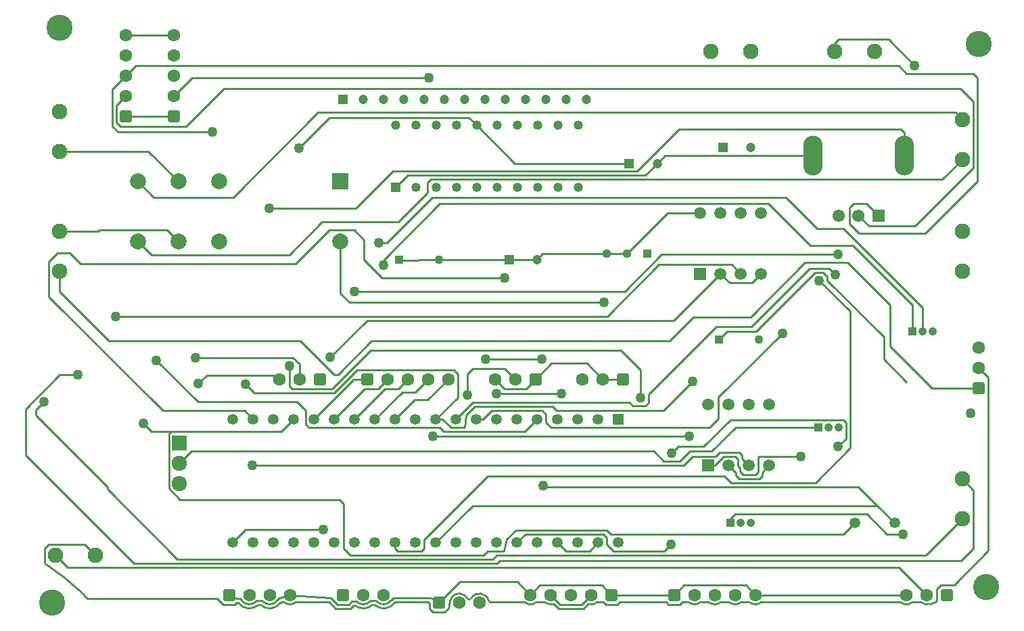
<source format=gbl>
G04*
G04 #@! TF.GenerationSoftware,Altium Limited,Altium Designer,24.2.2 (26)*
G04*
G04 Layer_Physical_Order=2*
G04 Layer_Color=16711680*
%FSLAX44Y44*%
%MOMM*%
G71*
G04*
G04 #@! TF.SameCoordinates,10A94CF6-3787-4B2F-9572-986175F5FC9A*
G04*
G04*
G04 #@! TF.FilePolarity,Positive*
G04*
G01*
G75*
%ADD16C,0.2540*%
G04:AMPARAMS|DCode=28|XSize=2.4mm|YSize=5mm|CornerRadius=1.2mm|HoleSize=0mm|Usage=FLASHONLY|Rotation=180.000|XOffset=0mm|YOffset=0mm|HoleType=Round|Shape=RoundedRectangle|*
%AMROUNDEDRECTD28*
21,1,2.4000,2.6000,0,0,180.0*
21,1,0.0000,5.0000,0,0,180.0*
1,1,2.4000,0.0000,1.3000*
1,1,2.4000,0.0000,1.3000*
1,1,2.4000,0.0000,-1.3000*
1,1,2.4000,0.0000,-1.3000*
%
%ADD28ROUNDEDRECTD28*%
%ADD29C,1.5500*%
%ADD30R,1.5500X1.5500*%
%ADD46R,2.0000X2.0000*%
%ADD47C,2.0000*%
%ADD49C,1.3500*%
%ADD50R,1.3500X1.3500*%
%ADD53C,0.2540*%
%ADD59R,1.2000X1.2000*%
%ADD60C,1.2000*%
%ADD61C,1.9500*%
%ADD62R,1.1900X1.1900*%
%ADD63C,1.1900*%
%ADD64C,1.6000*%
G04:AMPARAMS|DCode=65|XSize=1.6mm|YSize=1.6mm|CornerRadius=0.4mm|HoleSize=0mm|Usage=FLASHONLY|Rotation=90.000|XOffset=0mm|YOffset=0mm|HoleType=Round|Shape=RoundedRectangle|*
%AMROUNDEDRECTD65*
21,1,1.6000,0.8000,0,0,90.0*
21,1,0.8000,1.6000,0,0,90.0*
1,1,0.8000,0.4000,0.4000*
1,1,0.8000,0.4000,-0.4000*
1,1,0.8000,-0.4000,-0.4000*
1,1,0.8000,-0.4000,0.4000*
%
%ADD65ROUNDEDRECTD65*%
%ADD66C,1.1000*%
%ADD67R,1.1000X1.1000*%
%ADD68C,1.5000*%
%ADD69R,1.5000X1.5000*%
%ADD70C,1.0500*%
%ADD71R,1.0500X1.0500*%
%ADD72C,1.9200*%
%ADD73R,1.9200X1.9200*%
G04:AMPARAMS|DCode=74|XSize=1.6mm|YSize=1.6mm|CornerRadius=0.4mm|HoleSize=0mm|Usage=FLASHONLY|Rotation=180.000|XOffset=0mm|YOffset=0mm|HoleType=Round|Shape=RoundedRectangle|*
%AMROUNDEDRECTD74*
21,1,1.6000,0.8000,0,0,180.0*
21,1,0.8000,1.6000,0,0,180.0*
1,1,0.8000,-0.4000,0.4000*
1,1,0.8000,0.4000,0.4000*
1,1,0.8000,0.4000,-0.4000*
1,1,0.8000,-0.4000,-0.4000*
%
%ADD74ROUNDEDRECTD74*%
%ADD75C,1.1300*%
%ADD76R,1.1300X1.1300*%
%ADD77C,3.2700*%
%ADD78C,1.2700*%
D16*
X-1156643Y16411D02*
X-1156642Y16411D01*
X-1163859Y24287D02*
G03*
X-1207483Y58517I-222255J-238342D01*
G01*
X-1208614Y60610D02*
G03*
X-1207483Y58517I2540J20D01*
G01*
X-1156752Y16521D02*
G03*
X-1163859Y24287I-52568J-40970D01*
G01*
X-909743Y11170D02*
G03*
X-894057Y11170I7843J8830D01*
G01*
X-820499Y6769D02*
G03*
X-798953Y7223I10499J13231D01*
G01*
X-770640Y10426D02*
G03*
X-770644Y10423I1796J-1796D01*
G01*
X-608643Y11170D02*
G03*
X-592958Y11170I7843J8830D01*
G01*
X-583243D02*
G03*
X-572492Y8554I7843J8830D01*
G01*
X-527508Y8554D02*
G03*
X-516758Y11170I2908J11446D01*
G01*
X-403243D02*
G03*
X-387557Y11170I7843J8830D01*
G01*
X-377843D02*
G03*
X-362157Y11170I7843J8830D01*
G01*
X-352443D02*
G03*
X-336757Y11170I7843J8830D01*
G01*
X-327043D02*
G03*
X-311357Y11170I7843J8830D01*
G01*
X-137843D02*
G03*
X-122157Y11170I7843J8830D01*
G01*
X-965861Y9414D02*
G03*
X-941653Y7223I13161J10586D01*
G01*
X-938346Y7223D02*
G03*
X-941653Y7223I-1653J-1928D01*
G01*
X-913340Y10426D02*
G03*
X-913344Y10423I1796J-1796D01*
G01*
X-821349Y6769D02*
X-821350D01*
X-962057Y12795D02*
G03*
X-943657Y12404I9358J7205D01*
G01*
X-795647Y7223D02*
G03*
X-798953Y7223I-1653J-1928D01*
G01*
X-795647Y7223D02*
G03*
X-770790Y10277I11047J12777D01*
G01*
X-793643Y12404D02*
G03*
X-774719Y13532I9043J7597D01*
G01*
X-818547Y11849D02*
G03*
X-800958Y12404I8547J8151D01*
G01*
X-701405Y13067D02*
G03*
X-701557Y12431I11405J-3067D01*
G01*
X-679542Y15488D02*
G03*
X-700374Y15644I-10458J-5488D01*
G01*
X-679542Y15488D02*
G03*
X-675057Y15488I2242J1193D01*
G01*
X-653041Y12421D02*
G03*
X-675057Y15488I-11559J-2421D01*
G01*
X-112443Y11170D02*
G03*
X-100726Y8844I7843J8830D01*
G01*
X-938346Y7223D02*
G03*
X-913489Y10277I11047J12777D01*
G01*
X-936342Y12404D02*
G03*
X-917419Y13532I9043J7597D01*
G01*
X-992812Y15667D02*
X-992068Y14923D01*
X-1156643Y16411D02*
X-1155899Y15667D01*
X-1208614Y60610D02*
X-1208614Y60630D01*
X-1155899Y15667D02*
X-992812D01*
X-1156752Y16521D02*
X-1156643Y16411D01*
X-1208614Y60630D02*
Y78480D01*
X-992068Y14923D02*
X-985335Y8190D01*
X-913489Y10277D02*
X-913344Y10423D01*
X-701405Y13067D02*
X-701042Y14417D01*
X-572492Y8554D02*
X-572190D01*
X-572190D02*
X-571138D01*
X-565626Y3042D01*
X-534374D01*
X-528862Y8554D01*
X-527810D01*
X-527810D02*
X-527508D01*
X-516758Y11170D02*
X-509415D01*
X-506435Y8190D01*
X-491965D01*
X-488985Y11170D01*
X-431015D01*
X-428035Y8190D01*
X-413565D01*
X-410585Y11170D01*
X-403243D01*
X-92538Y12658D02*
Y27680D01*
X-387557Y11170D02*
X-377843D01*
X-362157D02*
X-352443D01*
X-985335Y8190D02*
X-970865D01*
X-336757Y11170D02*
X-327043D01*
X-970865Y8190D02*
X-968803Y10252D01*
X-966699D01*
X-122157Y11170D02*
X-112443D01*
X-100726Y8844D02*
X-94026Y11170D01*
X-92538Y12658D01*
X-913340Y10426D02*
X-912596Y11170D01*
X-909743D01*
X-914700Y16250D02*
X-901900Y20000D01*
X-894057Y11170D02*
X-852799D01*
X-917419Y13532D02*
X-914700Y16250D01*
X-852799Y11170D02*
X-844739Y3110D01*
X-943146Y12915D02*
X-936854D01*
X-822402Y6769D02*
X-821350D01*
X-943657Y12404D02*
X-943146Y12915D01*
X-821349Y6769D02*
X-820499D01*
X-964594Y15332D02*
X-962057Y12795D01*
X-974100Y16000D02*
X-964594Y15332D01*
X-978100Y20000D02*
X-974100Y16000D01*
X-770790Y10277D02*
X-770644Y10423D01*
X-719400Y14000D02*
X-715400Y10000D01*
X-770640Y10426D02*
X-769896Y11170D01*
X-726594Y16250D02*
X-719400Y14000D01*
X-769896Y11170D02*
X-728698D01*
X-772001Y16250D02*
X-726594D01*
X-728698Y11170D02*
X-727210Y9682D01*
X-774719Y13532D02*
X-772001Y16250D01*
X-727210Y2765D02*
Y9682D01*
Y2765D02*
X-722635Y-1810D01*
X-794154Y12915D02*
X-793643Y12404D01*
X-722635Y-1810D02*
X-708165D01*
X-800446Y12915D02*
X-794154D01*
X-708165Y-1810D02*
X-703590Y2765D01*
X-701557Y12431D01*
X-701042Y14417D02*
X-700374Y15644D01*
X-653041Y12421D02*
X-652534Y11914D01*
X-651790Y11170D02*
X-608643D01*
X-592958D02*
X-583243D01*
X-311357D02*
X-137843D01*
X-966699Y10252D02*
X-965861Y9414D01*
X-652534Y11914D02*
X-651790Y11170D01*
X-800958Y12404D02*
X-800446Y12915D01*
X-842635Y8190D02*
X-828165D01*
X-844739Y3110D02*
X-826061D01*
X-828165Y8190D02*
X-824506Y11849D01*
X-818547D01*
X-850695Y16250D02*
X-842635Y8190D01*
X-901900Y20000D02*
X-850695Y16250D01*
X-936854Y12915D02*
X-936342Y12404D01*
X-826061Y3110D02*
X-822402Y6769D01*
X-1219840Y251637D02*
X-1209840Y261637D01*
X-1219840Y244850D02*
Y251637D01*
X-1190449Y295396D02*
X-1167212D01*
X-1232998Y252847D02*
X-1190449Y295396D01*
X-1232998Y195320D02*
Y252847D01*
X-1219840Y244850D02*
X-1130429Y155439D01*
Y152441D02*
X-1042963Y64975D01*
X-1130429Y152441D02*
Y155439D01*
X-1107100Y619200D02*
X-1047100D01*
X-1107100Y720800D02*
X-1047100D01*
X-715000Y440000D02*
X-627500D01*
X-592500D01*
X-505400Y447000D02*
X-480000D01*
X-510000Y290000D02*
X-484600D01*
X-499200Y20000D02*
X-420800D01*
X-319200D02*
X-130000D01*
X-536478Y8122D02*
X-524600Y20000D01*
X-563522Y8122D02*
X-536478D01*
X-575400Y20000D02*
X-563522Y8122D01*
X-331198Y31998D02*
X-319200Y20000D01*
X-408802Y31998D02*
X-331198D01*
X-420800Y20000D02*
X-408802Y31998D01*
X-1092300Y537500D02*
X-1072446Y517646D01*
X-972902D01*
X-866730Y623818D01*
X-68818D01*
X-60000Y615000D01*
X-729392Y264408D02*
X-703800Y290000D01*
X-745592Y264408D02*
X-729392D01*
X-770000Y240000D02*
X-745592Y264408D01*
X-795400Y240000D02*
X-761340Y274060D01*
X-745140D01*
X-729200Y290000D01*
X-323342Y410458D02*
X-311900Y421900D01*
X-351258Y410458D02*
X-323342D01*
X-362700Y421900D02*
X-351258Y410458D01*
X-890352Y579622D02*
X-852252Y617722D01*
X-677822D01*
X-667900Y607800D01*
X-139415Y54815D02*
X-104600Y20000D01*
X-1179815Y54815D02*
X-139415D01*
X-1195000Y70000D02*
X-1179815Y54815D01*
X-105410Y69590D02*
X-60000Y115000D01*
X-643065Y69590D02*
X-105410D01*
X-647680Y64975D02*
X-643065Y69590D01*
X-1042963Y64975D02*
X-647680D01*
X-348718Y433318D02*
X-337300Y421900D01*
X-440059Y433318D02*
X-348718D01*
X-504575Y368802D02*
X-440059Y433318D01*
X-1119750Y368802D02*
X-504575D01*
X-719200Y85695D02*
X-673075Y131820D01*
X-166820D01*
X-145000Y110000D01*
X-350000D02*
Y115658D01*
X-344760Y120898D01*
X-179406D01*
X-154768Y96260D01*
X-134194D01*
X-617600Y85695D02*
X-607040Y96255D01*
X-509860D01*
X-505440Y91835D01*
Y83204D02*
Y91835D01*
Y83204D02*
X-497160Y74924D01*
X-433152D01*
X-425024Y83052D01*
X-310910Y172890D02*
X-301900Y181900D01*
X-310910Y168880D02*
Y172890D01*
X-314280Y165510D02*
X-310910Y168880D01*
X-339680Y165510D02*
X-314280D01*
X-343690Y169520D02*
X-339680Y165510D01*
X-343690Y169520D02*
Y172890D01*
X-352700Y181900D02*
X-343690Y172890D01*
X-1047100Y644600D02*
X-1023940Y667760D01*
X-728046D01*
X-948772Y182620D02*
X-408451D01*
X-397783Y193288D01*
X-369257D01*
X-364254Y198290D01*
X-339280D01*
X-336310Y195320D01*
Y190910D02*
Y195320D01*
Y190910D02*
X-327300Y181900D01*
X-239096Y413760D02*
X-200460Y375124D01*
Y203953D02*
Y375124D01*
X-243983Y160430D02*
X-200460Y203953D01*
X-349287Y160430D02*
X-243983D01*
X-357761Y168904D02*
X-349287Y160430D01*
X-654132Y168904D02*
X-357761D01*
X-733888Y89148D02*
X-654132Y168904D01*
X-733888Y78480D02*
Y89148D01*
X-737233Y75135D02*
X-733888Y78480D01*
X-766655Y75135D02*
X-737233D01*
X-770000Y78480D02*
X-766655Y75135D01*
X-770000Y78480D02*
Y85695D01*
X-85002Y539998D02*
X-60000Y565000D01*
X-725760Y539998D02*
X-85002D01*
X-729316Y536442D02*
X-725760Y539998D01*
X-729316Y523742D02*
Y536442D01*
X-766400Y486658D02*
X-729316Y523742D01*
X-861396Y486658D02*
X-766400D01*
X-902798Y445256D02*
X-861396Y486658D01*
X-1075056Y445256D02*
X-902798D01*
X-1092300Y462500D02*
X-1075056Y445256D01*
X-790276Y460750D02*
X-780116D01*
X-723728Y517138D01*
X-280752D01*
X-242144Y478530D01*
X-208870D01*
X-110000Y379660D01*
Y350000D02*
Y379660D01*
X-765000Y440000D02*
X-763426Y438427D01*
X-741301D01*
X-739727Y440000D01*
X-715000D01*
X-529957Y309957D02*
X-510000Y290000D01*
X-574643Y309957D02*
X-529957D01*
X-594600Y290000D02*
X-574643Y309957D01*
X-585298Y157220D02*
X-583428Y155350D01*
X-190350D01*
X-607840Y224360D02*
X-592200Y240000D01*
X-709441Y224360D02*
X-607840D01*
X-714437Y229356D02*
X-709441Y224360D01*
X-878160Y229356D02*
X-714437D01*
X-882224Y233420D02*
X-878160Y229356D01*
X-882224Y233420D02*
Y251200D01*
X-892892Y261868D02*
X-882224Y251200D01*
X-1017098Y261868D02*
X-892892D01*
X-1068914Y313684D02*
X-1017098Y261868D01*
X-122700Y350000D02*
Y382962D01*
X-197186Y457448D02*
X-122700Y382962D01*
X-250780Y457448D02*
X-197186D01*
X-302850Y509518D02*
X-250780Y457448D01*
X-714330Y509518D02*
X-302850D01*
X-784688Y439160D02*
X-714330Y509518D01*
X-784688Y433064D02*
Y439160D01*
X-1124032Y653068D02*
X-1107100Y670000D01*
X-1124032Y606800D02*
Y653068D01*
Y606800D02*
X-1116920Y599688D01*
X-999318D01*
X-973200Y85695D02*
X-957047Y101848D01*
X-860126D01*
X-152482Y715766D02*
X-119716Y683000D01*
X-215220Y715766D02*
X-152482D01*
X-220000Y710986D02*
X-215220Y715766D01*
X-220000Y700000D02*
Y710986D01*
X-1107100Y670000D02*
X-1094354Y682746D01*
X-139871D01*
X-129876Y672751D01*
X-46221D01*
X-41230Y667760D01*
Y538220D02*
Y667760D01*
X-106762Y472688D02*
X-41230Y538220D01*
X-189566Y472688D02*
X-106762D01*
X-201758Y484880D02*
X-189566Y472688D01*
X-201758Y484880D02*
Y505200D01*
X-196678Y510280D01*
X-180280D01*
X-165000Y495000D01*
X-423754Y197860D02*
X-415880Y205734D01*
X-383876D01*
X-350550Y239060D01*
X-208640D01*
X-205540Y235960D01*
Y215668D02*
Y235960D01*
X-215474Y205734D02*
X-205540Y215668D01*
X-436357Y446272D02*
X-215982D01*
X-482840Y399790D02*
X-436357Y446272D01*
X-821010Y399790D02*
X-482840D01*
X-851380Y317494D02*
X-805406Y363468D01*
X-421132D01*
X-362700Y421900D01*
X-462870Y267202D02*
Y302000D01*
X-487254Y326384D02*
X-462870Y302000D01*
X-800509Y326384D02*
X-487254D01*
X-848769Y278124D02*
X-800509Y326384D01*
X-899242Y278124D02*
X-848769D01*
X-902798Y281680D02*
X-899242Y278124D01*
X-902798Y281680D02*
Y306826D01*
X-314974Y193288D02*
X-262718D01*
X-315990Y192272D02*
X-314974Y193288D01*
X-315990Y173960D02*
Y192272D01*
X-319360Y170590D02*
X-315990Y173960D01*
X-334600Y170590D02*
X-319360D01*
X-338410Y174400D02*
X-334600Y170590D01*
X-338410Y174400D02*
Y178556D01*
X-341390Y181536D02*
X-338410Y178556D01*
X-341390Y181536D02*
Y190240D01*
X-344360Y193210D02*
X-341390Y190240D01*
X-358808Y193210D02*
X-344360D01*
X-370118Y181900D02*
X-358808Y193210D01*
X-378100Y181900D02*
X-370118D01*
X-526771Y74924D02*
X-516000Y85695D01*
X-556029Y74924D02*
X-526771D01*
X-566800Y85695D02*
X-556029Y74924D01*
X-643464Y272028D02*
X-561676D01*
X-920288Y294888D02*
X-915400Y290000D01*
X-1005922Y294888D02*
X-920288D01*
X-1016430Y284380D02*
X-1005922Y294888D01*
X-633270Y303270D02*
X-620000Y290000D01*
X-673182Y303270D02*
X-633270D01*
X-679532Y296920D02*
X-673182Y303270D01*
X-679532Y269996D02*
Y296920D01*
X-958492Y250692D02*
X-947800Y240000D01*
X-1061040Y250692D02*
X-958492D01*
X-1203788Y393440D02*
X-1061040Y250692D01*
X-1203788Y393440D02*
Y437382D01*
X-1193120Y448050D01*
X-1177880D01*
X-1164164Y434334D01*
X-894416D01*
X-852252Y476498D01*
X-821518D01*
X-809580Y464560D01*
Y439414D02*
Y464560D01*
Y439414D02*
X-786720Y416554D01*
X-633380D01*
X-821600Y290000D02*
X-805400D01*
X-871600Y240000D02*
X-821600Y290000D01*
X-791876Y278124D02*
X-780000Y290000D01*
X-808076Y278124D02*
X-791876D01*
X-846200Y240000D02*
X-808076Y278124D01*
X-766476D02*
X-754600Y290000D01*
X-782676Y278124D02*
X-766476D01*
X-820800Y240000D02*
X-782676Y278124D01*
X-723288Y218688D02*
X-402418D01*
X-668400Y240000D02*
X-660120D01*
X-649560Y250560D01*
X-585928D01*
X-581488Y246120D01*
Y235960D02*
Y246120D01*
Y235960D02*
X-574884Y229356D01*
X-377018D01*
X-365334Y241040D01*
Y267456D01*
X-285070Y347720D01*
X-657210Y314954D02*
X-586568D01*
X-827360Y386328D02*
X-509098D01*
X-838536Y397504D02*
X-827360Y386328D01*
X-838536Y462500D02*
X-838500D01*
X-1079000Y575000D02*
X-1041500Y537500D01*
X-1190000Y575000D02*
X-1079000D01*
X-343808Y230000D02*
X-240000D01*
X-374170Y199638D02*
X-343808Y230000D01*
X-401592Y199638D02*
X-374170D01*
X-413531Y187700D02*
X-401592Y199638D01*
X-433914Y187700D02*
X-413531D01*
X-445852Y199638D02*
X-433914Y187700D01*
X-1024962Y199638D02*
X-445852D01*
X-1040000Y184600D02*
X-1024962Y199638D01*
X-1190000Y399718D02*
Y425000D01*
Y399718D02*
X-1128096Y337814D01*
X-888828D01*
X-846945Y295931D01*
X-841587D01*
X-799704Y337814D01*
X-426802D01*
X-396576Y368040D01*
X-324842D01*
X-257024Y435858D01*
X-203536D01*
X-150450Y382772D01*
Y331354D02*
Y382772D01*
Y331354D02*
X-98296Y279200D01*
X-40000D01*
Y304600D02*
X-28022Y292622D01*
Y75178D02*
Y292622D01*
X-70440Y32760D02*
X-28022Y75178D01*
X-87458Y32760D02*
X-70440D01*
X-92538Y27680D02*
X-87458Y32760D01*
X-1208614Y78480D02*
X-1203534Y83560D01*
X-1158560D01*
X-1145000Y70000D01*
X-1232998Y195320D02*
X-1097573Y59895D01*
X-642600D01*
X-639509Y62986D01*
X-61804D01*
X-46310Y78480D01*
Y151310D01*
X-60000Y165000D02*
X-46310Y151310D01*
X-434168Y250692D02*
X-397680Y287180D01*
X-568323Y250692D02*
X-434168D01*
X-573272Y255640D02*
X-568323Y250692D01*
X-670012Y255640D02*
X-573272D01*
X-681056Y244596D02*
X-670012Y255640D01*
X-683512Y229440D02*
X-681056Y244596D01*
X-700360Y229440D02*
X-683512D01*
X-710920Y240000D02*
X-700360Y229440D01*
X-719200Y240000D02*
X-710920D01*
X-719200D02*
X-691978Y267222D01*
Y296920D01*
X-697058Y302000D02*
X-691978Y296920D01*
X-817708Y302000D02*
X-697058D01*
X-846664Y273044D02*
X-817708Y302000D01*
X-946232Y273044D02*
X-846664D01*
X-957408Y284220D02*
X-946232Y273044D01*
X-227158Y429000D02*
X-218776Y420618D01*
X-251079Y429000D02*
X-227158D01*
X-324485Y355594D02*
X-251079Y429000D01*
X-368382Y355594D02*
X-324485D01*
X-452710Y271266D02*
X-368382Y355594D01*
X-452710Y260852D02*
Y271266D01*
X-456520Y257042D02*
X-452710Y260852D01*
X-472858Y257042D02*
X-456520D01*
X-476536Y260720D02*
X-472858Y257042D01*
X-673080Y260720D02*
X-476536D01*
X-693800Y240000D02*
X-673080Y260720D01*
X-927944Y503930D02*
X-819232D01*
X-773004Y550158D01*
X-467188D01*
X-414610Y602736D01*
X-137318D01*
X-133000Y598418D01*
Y570000D02*
Y598418D01*
X-1118952Y632748D02*
X-1107100Y644600D01*
X-1118952Y611880D02*
Y632748D01*
Y611880D02*
X-1113872Y606800D01*
X-1031576D01*
X-984332Y654044D01*
X-62312D01*
X-46310Y638042D01*
Y554730D02*
Y638042D01*
X-118954Y482086D02*
X-46310Y554730D01*
X-177086Y482086D02*
X-118954D01*
X-190000Y495000D02*
X-177086Y482086D01*
X-620100Y560000D02*
X-477100D01*
X-667900Y607800D02*
X-620100Y560000D01*
X-442100D02*
X-432100Y570000D01*
X-247000D01*
X-769500Y530000D02*
X-754422Y545078D01*
X-457022D01*
X-442100Y560000D01*
X-365000Y340000D02*
X-354994Y350006D01*
X-318090D01*
X-244176Y423920D01*
X-234524D01*
X-228936Y418332D01*
Y413760D02*
Y418332D01*
Y413760D02*
X-158324Y343148D01*
Y314954D02*
Y343148D01*
Y314954D02*
X-130130Y286760D01*
X-1085678Y234944D02*
X-1075010Y224276D01*
X-208740Y96260D02*
X-195000Y110000D01*
X-500360Y96260D02*
X-208740D01*
X-505435Y101335D02*
X-500360Y96260D01*
X-619085Y101335D02*
X-505435D01*
X-630256Y90164D02*
X-619085Y101335D01*
X-633812Y74924D02*
X-630256Y90164D01*
X-654211Y74924D02*
X-633812D01*
X-659080Y70055D02*
X-654211Y74924D01*
X-826047Y70055D02*
X-659080D01*
X-834472Y78480D02*
X-826047Y70055D01*
X-834472Y78480D02*
Y134360D01*
X-839552Y139440D02*
X-834472Y134360D01*
X-1039450Y139440D02*
X-839552D01*
X-1053420Y153410D02*
X-1039450Y139440D01*
X-1053420Y153410D02*
Y221736D01*
X-1050880Y224276D01*
X-912724D01*
X-897000Y240000D01*
X-890000Y290000D02*
Y308858D01*
X-898192Y317050D02*
X-890000Y308858D01*
X-1019750Y317050D02*
X-898192D01*
X-606476Y278124D02*
X-594600Y290000D01*
X-633524Y278124D02*
X-606476D01*
X-645400Y290000D02*
X-633524Y278124D01*
X-592500Y440000D02*
X-585500Y447000D01*
X-505400D01*
X-428899Y498100D02*
X-388100D01*
X-480000Y447000D02*
X-428899Y498100D01*
X-1055498Y476498D02*
X-1041500Y462500D01*
X-1140542Y476498D02*
X-1055498D01*
X-1142040Y475000D02*
X-1140542Y476498D01*
X-1190000Y475000D02*
X-1142040D01*
X-600800Y20000D02*
X-588802Y31998D01*
X-511198D01*
X-499200Y20000D01*
X-617370Y36570D02*
X-600800Y20000D01*
X-688830Y36570D02*
X-617370D01*
X-715400Y10000D02*
X-688830Y36570D01*
X-838536Y397504D02*
Y462500D01*
X-1075010Y224276D02*
X-1050880D01*
X-190350Y155350D02*
X-166820Y131820D01*
D28*
X-247000Y570000D02*
D03*
X-133000D02*
D03*
D29*
X-215000Y495000D02*
D03*
X-190000D02*
D03*
D30*
X-165000D02*
D03*
D46*
X-838500Y537500D02*
D03*
D47*
Y462500D02*
D03*
X-1041500Y537500D02*
D03*
X-990700D02*
D03*
X-1092300D02*
D03*
Y462500D02*
D03*
X-1041500D02*
D03*
X-990700D02*
D03*
D49*
X-195000Y110000D02*
D03*
X-145000D02*
D03*
X-490600Y85695D02*
D03*
X-516000D02*
D03*
X-541400D02*
D03*
X-566800D02*
D03*
X-592200D02*
D03*
X-617600D02*
D03*
X-643000D02*
D03*
X-668400D02*
D03*
X-693800D02*
D03*
X-719200D02*
D03*
X-744600D02*
D03*
X-770000D02*
D03*
X-795400D02*
D03*
X-820800D02*
D03*
X-846200D02*
D03*
X-871600D02*
D03*
X-897000D02*
D03*
X-922400D02*
D03*
X-947800D02*
D03*
X-973200D02*
D03*
Y240000D02*
D03*
X-947800D02*
D03*
X-922400D02*
D03*
X-897000D02*
D03*
X-871600D02*
D03*
X-846200D02*
D03*
X-820800D02*
D03*
X-795400D02*
D03*
X-770000D02*
D03*
X-744600D02*
D03*
X-719200D02*
D03*
X-693800D02*
D03*
X-668400D02*
D03*
X-643000D02*
D03*
X-617600D02*
D03*
X-592200D02*
D03*
X-566800D02*
D03*
X-541400D02*
D03*
X-516000D02*
D03*
D50*
X-490600D02*
D03*
D53*
X-652534Y11914D02*
D03*
X-572190Y8554D02*
D03*
X-527810Y8554D02*
D03*
D59*
X-835700Y640000D02*
D03*
X-477100Y560000D02*
D03*
X-360000Y580000D02*
D03*
X-627500Y440000D02*
D03*
D60*
X-810300Y640000D02*
D03*
X-784900D02*
D03*
X-759500D02*
D03*
X-734100D02*
D03*
X-708700D02*
D03*
X-683300D02*
D03*
X-657900D02*
D03*
X-632500D02*
D03*
X-607100D02*
D03*
X-581700D02*
D03*
X-556300D02*
D03*
X-530900D02*
D03*
X-442100Y560000D02*
D03*
X-325000Y580000D02*
D03*
X-592500Y440000D02*
D03*
D61*
X-1195000Y70000D02*
D03*
X-1145000D02*
D03*
X-170000Y700000D02*
D03*
X-220000D02*
D03*
X-60000Y165000D02*
D03*
Y115000D02*
D03*
Y425000D02*
D03*
Y475000D02*
D03*
X-1190000Y625000D02*
D03*
Y575000D02*
D03*
Y475000D02*
D03*
Y425000D02*
D03*
X-60000Y615000D02*
D03*
Y565000D02*
D03*
X-325000Y700000D02*
D03*
X-375000D02*
D03*
D62*
X-769500Y530000D02*
D03*
D63*
X-744100D02*
D03*
X-718700D02*
D03*
X-693300D02*
D03*
X-667900D02*
D03*
X-642500D02*
D03*
X-617100D02*
D03*
X-591700D02*
D03*
X-566300D02*
D03*
X-540900D02*
D03*
Y607800D02*
D03*
X-566300D02*
D03*
X-591700D02*
D03*
X-617100D02*
D03*
X-642500D02*
D03*
X-667900D02*
D03*
X-693300D02*
D03*
X-718700D02*
D03*
X-744100D02*
D03*
X-769500D02*
D03*
D64*
X-1107100Y670000D02*
D03*
Y644600D02*
D03*
Y695400D02*
D03*
Y720800D02*
D03*
X-1047100Y670000D02*
D03*
Y644600D02*
D03*
Y695400D02*
D03*
Y720800D02*
D03*
X-130000Y20000D02*
D03*
X-104600D02*
D03*
X-40000Y330000D02*
D03*
Y304600D02*
D03*
X-370000Y20000D02*
D03*
X-395400D02*
D03*
X-344600D02*
D03*
X-319200D02*
D03*
X-550000D02*
D03*
X-524600D02*
D03*
X-575400D02*
D03*
X-600800D02*
D03*
X-645400Y290000D02*
D03*
X-620000D02*
D03*
X-915400D02*
D03*
X-890000D02*
D03*
X-664600Y10000D02*
D03*
X-690000D02*
D03*
X-754600Y290000D02*
D03*
X-780000D02*
D03*
X-729200D02*
D03*
X-703800D02*
D03*
X-784600Y20000D02*
D03*
X-810000D02*
D03*
X-535400Y290000D02*
D03*
X-510000D02*
D03*
X-901900Y20000D02*
D03*
X-927300D02*
D03*
X-952700D02*
D03*
D65*
X-1107100Y619200D02*
D03*
X-1047100D02*
D03*
X-40000Y279200D02*
D03*
D66*
X-315000Y340000D02*
D03*
X-715000Y440000D02*
D03*
D67*
X-365000Y340000D02*
D03*
X-765000Y440000D02*
D03*
D68*
X-311900Y498100D02*
D03*
X-337300D02*
D03*
X-362700D02*
D03*
X-388100D02*
D03*
X-311900Y421900D02*
D03*
X-337300D02*
D03*
X-362700D02*
D03*
X-301900Y258100D02*
D03*
X-327300D02*
D03*
X-352700D02*
D03*
X-378100D02*
D03*
X-301900Y181900D02*
D03*
X-327300D02*
D03*
X-352700D02*
D03*
D69*
X-388100Y421900D02*
D03*
X-378100Y181900D02*
D03*
D70*
X-214600Y230000D02*
D03*
X-227300D02*
D03*
X-97300Y350000D02*
D03*
X-110000D02*
D03*
X-324600Y110000D02*
D03*
X-337300D02*
D03*
D71*
X-240000Y230000D02*
D03*
X-122700Y350000D02*
D03*
X-350000Y110000D02*
D03*
D72*
X-1040000Y159200D02*
D03*
Y184600D02*
D03*
D73*
Y210000D02*
D03*
D74*
X-79200Y20000D02*
D03*
X-420800D02*
D03*
X-499200D02*
D03*
X-594600Y290000D02*
D03*
X-864600D02*
D03*
X-715400Y10000D02*
D03*
X-805400Y290000D02*
D03*
X-835400Y20000D02*
D03*
X-484600Y290000D02*
D03*
X-978100Y20000D02*
D03*
D75*
X-505400Y447000D02*
D03*
X-480000D02*
D03*
D76*
X-454600D02*
D03*
D77*
X-1200000Y10000D02*
D03*
X-30000Y30000D02*
D03*
X-40000Y710000D02*
D03*
X-1190000Y730000D02*
D03*
D78*
X-1209840Y261637D02*
D03*
X-890352Y579622D02*
D03*
X-1119750Y368802D02*
D03*
X-134194Y96260D02*
D03*
X-425024Y83052D02*
D03*
X-728046Y667760D02*
D03*
X-948772Y182620D02*
D03*
X-239096Y413760D02*
D03*
X-790276Y460750D02*
D03*
X-585298Y157220D02*
D03*
X-1068914Y313684D02*
D03*
X-784688Y433064D02*
D03*
X-999318Y599688D02*
D03*
X-860126Y101848D02*
D03*
X-119716Y683000D02*
D03*
X-423754Y197860D02*
D03*
X-215474Y205734D02*
D03*
X-215982Y446272D02*
D03*
X-821010Y399790D02*
D03*
X-851380Y317494D02*
D03*
X-462870Y267202D02*
D03*
X-902798Y306826D02*
D03*
X-262718Y193288D02*
D03*
X-561676Y272028D02*
D03*
X-643464D02*
D03*
X-1016430Y284380D02*
D03*
X-679532Y269996D02*
D03*
X-633380Y416554D02*
D03*
X-723288Y218688D02*
D03*
X-402418D02*
D03*
X-285070Y347720D02*
D03*
X-657210Y314954D02*
D03*
X-586568D02*
D03*
X-509098Y386328D02*
D03*
X-1167212Y295396D02*
D03*
X-397680Y287180D02*
D03*
X-957408Y284220D02*
D03*
X-218776Y420618D02*
D03*
X-927944Y503930D02*
D03*
X-50130Y247260D02*
D03*
X-1085678Y234944D02*
D03*
X-1019750Y317050D02*
D03*
M02*

</source>
